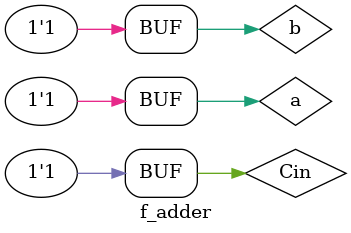
<source format=v>
module full_adder(a,b,Cin,Cout,Sum);
    input a;
    input b;
    input Cin;
    output Cout;
    output Sum;
    assign Sum=a^b^Cin;
    assign Cout=a&b|b&Cin|Cin&a;
endmodule

module f_adder;
    reg a;
    reg b;
    reg Cin;
    wire Sum;
    wire Cout;
    full_adder test1(a,b,Cin,Cout,Sum);
    initial begin
        $dumpfile("wave.vcd");
        $dumpvars(0, f_adder);
        a=0;
        b=0;
        Cin=0;
        #100;
        a=0;
        b=0;
        Cin=1;
        #100;
        a=0;
        b=1;
        Cin=0;
        #100;
        a=0;
        b=1;
        Cin=1;
        #100;
        a=1;
        b=0;
        Cin=0;
        #100;
        a=1;
        b=0;
        Cin=1;
        #100;
        a=1;
        b=1;
        Cin=0;
        a=1;b=1;Cin=1;#100;
        #100;
        // #6000 $finish;
    end
endmodule
</source>
